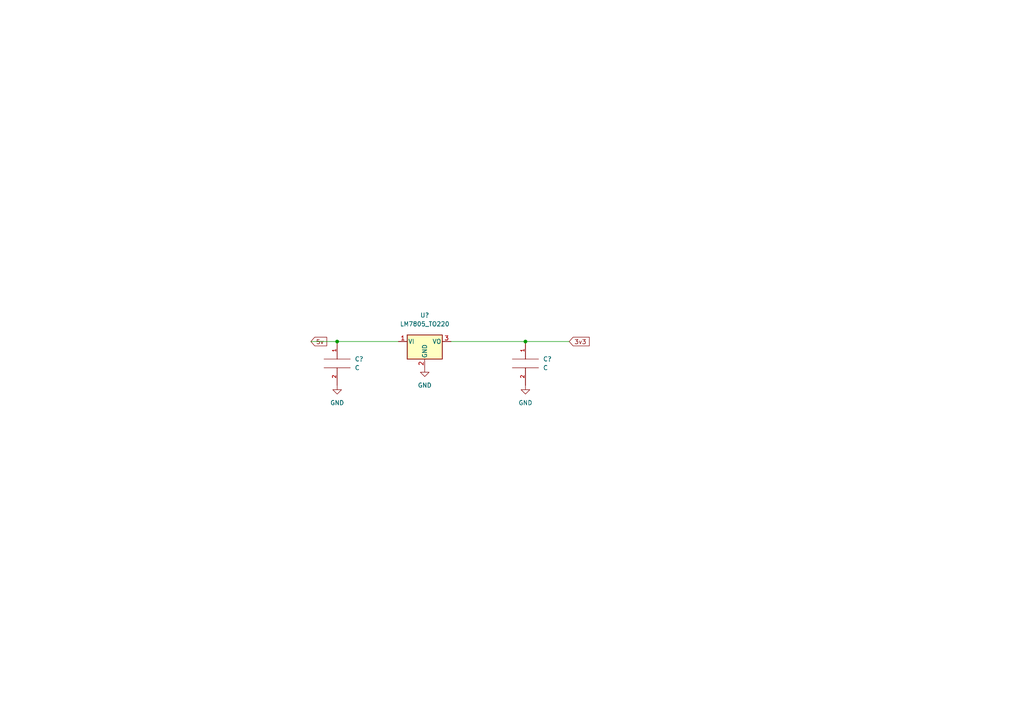
<source format=kicad_sch>
(kicad_sch (version 20211123) (generator eeschema)
  (paper "A4")
  (lib_symbols
    (symbol "Regulator_Linear:LM7805_TO220" (pin_names (offset 0.254))
      (property "Reference" "U" (at -3.81 3.175 0))
      (property "Value" "LM7805_TO220" (at 0 3.175 0))
      (symbol "LM7805_TO220_0_1"
        (rectangle (start -5.08 1.905) (end 5.08 -5.08) (stroke (width 0.254)) (fill (type background)))
      )
      (symbol "LM7805_TO220_1_1"
        (pin power_in line (at -7.62 0 0) (length 2.54) (name "VI") (number "1"))
        (pin power_in line (at 0 -7.62 90) (length 2.54) (name "GND") (number "2"))
        (pin power_out line (at 7.62 0 180) (length 2.54) (name "VO") (number "3"))
      )
    )
    (symbol "power:GND" (power) (pin_names (offset 0))
      (property "Value" "GND" (at 0 -3.81 0))
      (symbol "GND_0_1"
        (polyline (pts (xy 0 0) (xy 0 -1.27) (xy 1.27 -1.27) (xy 0 -2.54) (xy -1.27 -1.27) (xy 0 -1.27)))
      )
      (symbol "GND_1_1"
        (pin power_in line (at 0 0 270) (length 0) hide (name "GND") (number "1"))
      )
    )
    (symbol "pspice:C" (pin_names (offset 0.254))
      (property "Reference" "C" (at 2.54 3.81 90))
      (property "Value" "C" (at 2.54 -3.81 90))
      (symbol "C_0_1"
        (polyline (pts (xy -3.81 -1.27) (xy 3.81 -1.27)))
        (polyline (pts (xy -3.81 1.27) (xy 3.81 1.27)))
      )
      (symbol "C_1_1"
        (pin passive line (at 0 6.35 270) (length 5.08) (name "~") (number "1"))
        (pin passive line (at 0 -6.35 90) (length 5.08) (name "~") (number "2"))
      )
    )
  )
  (junction (at 97.79 99.06))
  (junction (at 152.4 99.06))
  (wire (pts (xy 152.4 99.06) (xy 165.1 99.06)))
  (wire (pts (xy 130.81 99.06) (xy 152.4 99.06)))
  (wire (pts (xy 90.17 99.06) (xy 97.79 99.06)))
  (wire (pts (xy 97.79 99.06) (xy 115.57 99.06)))
  (global_label "5v" (shape input) (at 90.17 99.06 0) (property "Intersheet References" "${INTERSHEET_REFS}" (effects hide)))
  (global_label "3v3" (shape input) (at 165.1 99.06 0) (property "Intersheet References" "${INTERSHEET_REFS}" (effects hide)))
  (symbol (lib_id "power:GND") (at 152.4 111.76 0) (unit 1)
    (property "Reference" "#PWR?" (effects hide))
    (property "Value" "GND" (at 152.4 116.84 0))
  )
  (symbol (lib_id "Regulator_Linear:LM7805_TO220") (at 123.19 99.06 0) (unit 1)
    (property "Reference" "U?" (at 123.19 91.44 0))
    (property "Value" "LM7805_TO220" (at 123.19 93.98 0))
    (property "Footprint" "Package_TO_SOT_THT:TO-220-3_Vertical" (effects hide))
    (property "Datasheet" "https://www.onsemi.cn/PowerSolutions/document/MC7800-D.PDF" (effects hide))
  )
  (symbol (lib_id "pspice:C") (at 97.79 105.41 0) (unit 1)
    (property "Reference" "C?" (at 102.87 104.1399 0) (effects (justify left)))
    (property "Value" "C" (at 102.87 106.6799 0) (effects (justify left)))
  )
  (symbol (lib_id "power:GND") (at 123.19 106.68 0) (unit 1)
    (property "Reference" "#PWR?" (effects hide))
    (property "Value" "GND" (at 123.19 111.76 0))
  )
  (symbol (lib_id "power:GND") (at 97.79 111.76 0) (unit 1)
    (property "Reference" "#PWR?" (effects hide))
    (property "Value" "GND" (at 97.79 116.84 0))
  )
  (symbol (lib_id "pspice:C") (at 152.4 105.41 0) (unit 1)
    (property "Reference" "C?" (at 157.48 104.1399 0) (effects (justify left)))
    (property "Value" "C" (at 157.48 106.6799 0) (effects (justify left)))
  )
)
</source>
